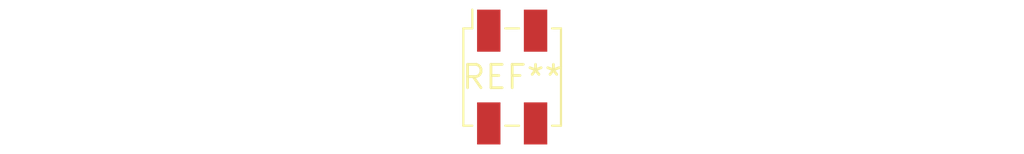
<source format=kicad_pcb>
(kicad_pcb (version 20240108) (generator pcbnew)
  (layers (0 "F.Cu" signal) (31 "B.Cu" signal) (34 "B.Paste" user) (35 "F.Paste" user) (36 "B.SilkS" user "B.Silkscreen") (37 "F.SilkS" user "F.Silkscreen") (38 "B.Mask" user) (39 "F.Mask" user) (44 "Edge.Cuts" user))
  (net 0 "")
  (footprint "Samtec_HLE-102-02-xxx-DV_2x02_P2.54mm_Horizontal" (layer "F.Cu") (at 0 0)
    (property "Reference" "REF**")
    (property "Value" "Samtec_HLE-102-02-xxx-DV_2x02_P2.54mm_Horizontal")
    (fp_line (start -2.65 -2.65) (end -2.65 2.65) (layer "F.SilkS") (stroke (width 0.12)))
    (fp_line (start -2.65 2.65) (end -2.165 2.65) (layer "F.SilkS") (stroke (width 0.12)))
    (fp_line (start -2.165 -3.67) (end -2.165 -2.65) (layer "F.SilkS") (stroke (width 0.12)))
    (fp_line (start -2.165 -2.65) (end -2.65 -2.65) (layer "F.SilkS") (stroke (width 0.12)))
    (fp_line (start -0.375 -2.65) (end 0.375 -2.65) (layer "F.SilkS") (stroke (width 0.12)))
    (fp_line (start -0.375 2.65) (end 0.375 2.65) (layer "F.SilkS") (stroke (width 0.12)))
    (fp_line (start 2.165 -2.65) (end 2.65 -2.65) (layer "F.SilkS") (stroke (width 0.12)))
    (fp_line (start 2.65 -2.65) (end 2.65 2.65) (layer "F.SilkS") (stroke (width 0.12)))
    (fp_line (start 2.65 2.65) (end 2.165 2.65) (layer "F.SilkS") (stroke (width 0.12)))
    (pad "1" smd rect (at -1.27 -2.525) (size 1.27 2.29) (layers "F.Cu" "F.Paste" "F.Mask"))
    (pad "2" smd rect (at -1.27 2.525) (size 1.27 2.29) (layers "F.Cu" "F.Paste" "F.Mask"))
    (pad "3" smd rect (at 1.27 -2.525) (size 1.27 2.29) (layers "F.Cu" "F.Paste" "F.Mask"))
    (pad "4" smd rect (at 1.27 2.525) (size 1.27 2.29) (layers "F.Cu" "F.Paste" "F.Mask"))
  )
)
</source>
